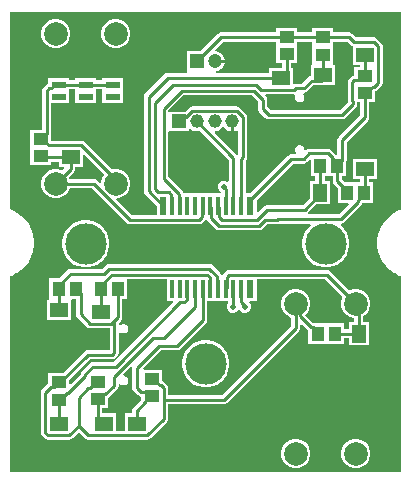
<source format=gbr>
%FSTAX23Y23*%
%MOMM*%
%SFA1B1*%

%IPPOS*%
%ADD11C,0.253999*%
%ADD12C,3.499993*%
%ADD13C,1.999996*%
%ADD14C,1.149998*%
%ADD15R,1.149998X1.149998*%
%ADD16C,1.199998*%
%ADD17R,1.199998X1.199998*%
%ADD18C,0.499999*%
%ADD19R,0.599999X1.599997*%
%ADD20R,0.399999X1.599997*%
%ADD21R,1.199998X1.499997*%
%ADD22R,1.049998X1.299997*%
%ADD23R,1.499997X1.199998*%
%ADD24R,1.299997X1.049998*%
%ADD25R,1.269997X0.634999*%
%LNflightstick_buttonpanelv3r_copper_signal_bot-1*%
%LPD*%
G36*
X16579Y29772D02*
Y13054D01*
X16424Y13*
X16408Y12991*
X1639Y12986*
X16006Y12799*
X15986Y12784*
X15964Y12774*
X15614Y12528*
X15597Y1251*
X15576Y12497*
X1527Y12198*
X15256Y12178*
X15238Y12161*
X14984Y11818*
X14973Y11795*
X14958Y11776*
X14761Y11396*
X14755Y11373*
X14742Y11351*
X14609Y10945*
X14606Y1092*
X14598Y10897*
X14531Y10475*
X14532Y1045*
X14527Y10426*
X14529Y09998*
X14534Y09974*
X14533Y0995*
X14602Y09528*
X14611Y09505*
X14614Y0948*
X1475Y09075*
X14762Y09053*
X14769Y0903*
X14968Y08651*
X14984Y08632*
X14995Y0861*
X15251Y08268*
X1527Y08252*
X15284Y08231*
X15592Y07935*
X15613Y07921*
X1563Y07904*
X15981Y0766*
X16004Y0765*
X16023Y07635*
X16409Y07451*
X16427Y07446*
X16443Y07437*
X16571Y07394*
Y-09219*
X-16583*
Y07391*
X-16436Y07441*
X-1642Y0745*
X-16402Y07455*
X-16017Y07641*
X-15997Y07656*
X-15975Y07666*
X-15624Y07911*
X-15607Y07928*
X-15587Y07942*
X-1528Y08239*
X-15266Y0826*
X-15248Y08276*
X-14992Y08619*
X-14981Y08641*
X-14966Y0866*
X-14769Y0904*
X-14762Y09063*
X-14749Y09085*
X-14615Y0949*
X-14612Y09515*
X-14603Y09538*
X-14535Y0996*
X-14536Y09978*
X-14531Y09996*
X-14523Y1021*
X-14525Y10222*
X-14523Y10235*
X-14531Y10448*
X-14536Y10466*
X-14535Y10485*
X-14603Y10907*
X-14612Y1093*
X-14615Y10954*
X-14749Y1136*
X-14762Y11382*
X-14769Y11405*
X-14966Y11784*
X-14981Y11803*
X-14992Y11826*
X-15248Y12168*
X-15266Y12185*
X-1528Y12205*
X-15587Y12503*
X-15607Y12516*
X-15624Y12534*
X-15975Y12779*
X-15997Y12789*
X-16017Y12804*
X-16402Y1299*
X-1642Y12994*
X-16436Y13004*
X-16583Y13054*
Y2975*
X-16466Y29793*
X-16458Y29793*
X16456*
X16579Y29772*
G37*
%LNflightstick_buttonpanelv3r_copper_signal_bot-2*%
%LPC*%
G36*
X-07454Y29193D02*
X-07785D01*
X-08104Y29108*
X-08389Y28943*
X-08623Y28709*
X-08788Y28423*
X-08873Y28105*
Y27774*
X-08788Y27455*
X-08623Y2717*
X-08389Y26936*
X-08104Y26771*
X-07785Y26685*
X-07454*
X-07135Y26771*
X-0685Y26936*
X-06616Y2717*
X-06451Y27455*
X-06365Y27774*
Y28105*
X-06451Y28423*
X-06616Y28709*
X-0685Y28943*
X-07135Y29108*
X-07454Y29193*
G37*
G36*
X-12534D02*
X-12865D01*
X-13184Y29108*
X-13469Y28943*
X-13703Y28709*
X-13868Y28423*
X-13953Y28105*
Y27774*
X-13868Y27455*
X-13703Y2717*
X-13469Y26936*
X-13184Y26771*
X-12865Y26685*
X-12534*
X-12215Y26771*
X-1193Y26936*
X-11696Y2717*
X-11531Y27455*
X-11445Y27774*
Y28105*
X-11531Y28423*
X-11696Y28709*
X-1193Y28943*
X-12215Y29108*
X-12534Y29193*
G37*
G36*
X07761Y28427D02*
X05953D01*
Y28037*
X01313*
X01165Y28007*
X01039Y27923*
X-00445Y26438*
X-01603*
Y2473*
X-01614Y24608*
X-03211*
X-0336Y24578*
X-03486Y24494*
X-051Y2288*
X-05184Y22754*
X-05214Y22606*
Y14582*
X-05184Y14433*
X-051Y14307*
X-04152Y13359*
Y12562*
X-06269*
X-07575Y13868*
X-07527Y13985*
X-07454*
X-07135Y14071*
X-0685Y14236*
X-06616Y1447*
X-06451Y14755*
X-06365Y15074*
Y15405*
X-06451Y15723*
X-06616Y16009*
X-0685Y16243*
X-07135Y16408*
X-07454Y16493*
X-07785*
X-07949Y16449*
X-10247Y18747*
X-10373Y18831*
X-10522Y18861*
X-13065*
Y19791*
X-13073*
Y22034*
X-11557*
Y23233*
X-11049*
Y22034*
X-09271*
Y23233*
X-08763*
Y22034*
X-06985*
Y2305*
Y24193*
X-08763*
Y2401*
X-09271*
Y24193*
X-11049*
Y2401*
X-11557*
Y24193*
X-13335*
Y23673*
X-13387Y23663*
X-13513Y23579*
X-13736Y23355*
X-1382Y23229*
X-1385Y23081*
Y19791*
X-14873*
Y18233*
Y16783*
X-13065*
Y17103*
X-12433*
Y16637*
X-12017*
X-11968Y1652*
X-1213Y16359*
X-12215Y16408*
X-12534Y16493*
X-12865*
X-13184Y16408*
X-13469Y16243*
X-13703Y16009*
X-13868Y15723*
X-13953Y15405*
Y15074*
X-13868Y14755*
X-13703Y1447*
X-13469Y14236*
X-13184Y14071*
X-12865Y13985*
X-12534*
X-12215Y14071*
X-1193Y14236*
X-11696Y1447*
X-11531Y14755*
X-11505Y14851*
X-09657*
X-06705Y11899*
X-06579Y11815*
X-0643Y11785*
X-0054*
X-00392Y11815*
X-00266Y11899*
X-00043Y12122*
X-00015Y12164*
X00028Y12169*
X00129Y12152*
X00195Y12054*
X00858Y11391*
X00984Y11307*
X01132Y11277*
X04528*
X04677Y11307*
X04803Y11391*
X05197Y11785*
X06039*
X06187Y11815*
X06237Y11848*
X08861*
X08898Y11726*
X08882Y11716*
X08603Y11437*
X08384Y11109*
X08233Y10744*
X08155Y10357*
Y09962*
X08233Y09575*
X08384Y0921*
X08603Y08882*
X08882Y08603*
X0921Y08384*
X09575Y08233*
X09962Y08155*
X10357*
X10744Y08233*
X11109Y08384*
X11437Y08603*
X11716Y08882*
X11935Y0921*
X12086Y09575*
X12163Y09962*
Y10357*
X12086Y10744*
X11935Y11109*
X11716Y11437*
X11437Y11716*
X11412Y11733*
X11425Y11773*
X11463Y11851*
X11596Y11878*
X11722Y11962*
X13155Y13395*
X13239Y13521*
X1325Y13573*
X14203*
Y15381*
X1385*
Y15621*
X14465*
Y17329*
X12457*
Y15621*
X13073*
Y15381*
X11745*
X11527Y15599*
Y15859*
X11917*
Y17124*
X11925Y17161*
Y18769*
X13736Y2058*
X1382Y20706*
X1385Y20855*
Y22117*
X14365*
Y23071*
X14418Y23082*
X14544Y23166*
X14867Y23489*
X14951Y23615*
X14981Y23764*
Y26885*
X14951Y27034*
X14867Y2716*
X14506Y27521*
X1438Y27605*
X14231Y27635*
X12715*
X12426Y27923*
X123Y28007*
X12152Y28037*
X10809*
Y2839*
X09001*
Y28037*
X07761*
Y28427*
G37*
G36*
X-09962Y12163D02*
X-10357D01*
X-10744Y12086*
X-11109Y11935*
X-11437Y11716*
X-11716Y11437*
X-11935Y11109*
X-12086Y10744*
X-12163Y10357*
Y09962*
X-12086Y09575*
X-11935Y0921*
X-11716Y08882*
X-11437Y08603*
X-11109Y08384*
X-10744Y08233*
X-10357Y08155*
X-09962*
X-09575Y08233*
X-0921Y08384*
X-08882Y08603*
X-08603Y08882*
X-08384Y0921*
X-08233Y09575*
X-08155Y09962*
Y10357*
X-08233Y10744*
X-08384Y11109*
X-08603Y11437*
X-08882Y11716*
X-0921Y11935*
X-09575Y12086*
X-09962Y12163*
G37*
G36*
X00319Y08432D02*
X-08178D01*
X-08326Y08403*
X-08452Y08318*
X-08763Y08008*
X-11439*
X-11588Y07978*
X-11714Y07894*
X-12322Y07286*
X-12344Y07253*
X-13224*
Y05445*
X-13343Y05425*
X-13449*
Y03717*
X-11441*
Y05425*
X-11323Y05445*
X-10986*
Y04171*
X-10956Y04022*
X-10872Y03896*
X-10072Y03096*
X-09946Y03012*
X-09797Y02982*
X-08134*
Y0115*
X-0996*
X-10109Y0112*
X-10235Y01036*
X-12091Y-00818*
X-13349*
Y-01699*
X-13382Y-01721*
X-13851Y-0219*
X-13935Y-02316*
X-13965Y-02465*
Y-05837*
X-13935Y-05986*
X-13851Y-06112*
X-13628Y-06335*
X-13502Y-06419*
X-13353Y-06449*
X-11538*
X-11389Y-06419*
X-11263Y-06335*
X-10744Y-05817*
X-10226Y-06335*
X-101Y-06419*
X-09951Y-06449*
X-04934*
X-04785Y-06419*
X-04659Y-06335*
X-03266Y-04942*
X-03182Y-04816*
X-03152Y-04667*
Y-03436*
X01524*
X01672Y-03406*
X01798Y-03322*
X07894Y02773*
X07978Y02899*
X08008Y03047*
Y03288*
X08125Y03336*
X08674Y02788*
X08692Y02775*
Y01635*
X117*
Y02151*
X12099*
Y01535*
X13807*
Y03543*
X13342*
Y04002*
X13469Y04076*
X13703Y0431*
X13868Y04595*
X13953Y04914*
Y05245*
X13868Y05563*
X13703Y05849*
X13469Y06083*
X13183Y06248*
X12865Y06333*
X12534*
X12215Y06248*
X1213Y06199*
X10518Y0781*
X10392Y07895*
X10243Y07924*
X01993*
X01844Y07895*
X01718Y0781*
X01495Y07587*
X01467Y07545*
X01424Y0754*
X01322Y07557*
X01256Y07656*
X00764Y08148*
X00594Y08318*
X00468Y08403*
X00319Y08432*
G37*
G36*
X12865Y-06365D02*
X12534D01*
X12215Y-06451*
X11929Y-06616*
X11696Y-0685*
X11531Y-07135*
X11445Y-07454*
Y-07785*
X11531Y-08103*
X11696Y-08389*
X11929Y-08623*
X12215Y-08788*
X12534Y-08873*
X12865*
X13183Y-08788*
X13469Y-08623*
X13703Y-08389*
X13868Y-08103*
X13953Y-07785*
Y-07454*
X13868Y-07135*
X13703Y-0685*
X13469Y-06616*
X13183Y-06451*
X12865Y-06365*
G37*
G36*
X07785D02*
X07454D01*
X07135Y-06451*
X06849Y-06616*
X06616Y-0685*
X06451Y-07135*
X06365Y-07454*
Y-07785*
X06451Y-08103*
X06616Y-08389*
X06849Y-08623*
X07135Y-08788*
X07454Y-08873*
X07785*
X08103Y-08788*
X08389Y-08623*
X08623Y-08389*
X08788Y-08103*
X08873Y-07785*
Y-07454*
X08788Y-07135*
X08623Y-0685*
X08389Y-06616*
X08103Y-06451*
X07785Y-06365*
G37*
%LNflightstick_buttonpanelv3r_copper_signal_bot-3*%
%LPD*%
G36*
X09001Y26832D02*
Y25382D01*
X08963Y25271*
X08901*
Y24337*
X08829Y24323*
X08703Y24239*
X08175Y2371*
X07627*
X07479Y2368*
X07465Y23672*
X07353Y23731*
Y25017*
X07246*
Y25419*
X07761*
Y26869*
Y2726*
X09001*
Y26832*
G37*
G36*
X05953Y26869D02*
Y25419D01*
X06469*
Y25017*
X05345*
Y24608*
X00895*
X00879Y24735*
X01079Y24789*
X01274Y24901*
X01433Y2506*
X01545Y25255*
X016Y25457*
X00749*
Y25711*
X016*
X01545Y25914*
X01433Y26109*
X01274Y26268*
X01079Y2638*
X00862Y26438*
X00819*
X0077Y26556*
X01474Y2726*
X05953*
Y26869*
G37*
G36*
X12279Y26972D02*
X12405Y26888D01*
X12457Y26877*
Y25273*
X13073*
Y25125*
X12557*
Y24389*
X12446Y24367*
X1232Y24283*
X12156Y24119*
X12072Y23993*
X12042Y23844*
Y22214*
X12049Y22181*
Y22158*
X11362Y21471*
X05493*
X05218Y21746*
Y22347*
X05189Y22496*
X05105Y22622*
X0505Y22677*
X05098Y22794*
X07488*
X07506Y22798*
X07595Y22686*
X07559Y22599*
Y2244*
X0762Y22293*
X07733Y2218*
X0788Y22119*
X08039*
X08186Y2218*
X08299Y22293*
X08359Y2244*
Y22599*
X08299Y22746*
X08239Y22806*
X08291Y22933*
X08335*
X08484Y22963*
X0861Y23047*
X09127Y23563*
X10909*
Y25271*
X10848*
X10809Y25382*
Y26832*
Y2726*
X11991*
X12279Y26972*
G37*
G36*
X02377Y1968D02*
X02569Y19732D01*
X02636Y1977*
X02763Y19697*
Y17749*
X02647Y17674*
X02631Y17677*
X02618Y17685*
X00755Y19548*
X00807Y19675*
X00859*
X01069Y19732*
X01259Y19841*
X01413Y19995*
X01436Y20036*
X01563*
X01586Y19995*
X0174Y19841*
X0193Y19732*
X02123Y1968*
Y20504*
X02377*
Y1968*
G37*
G36*
X04442Y22186D02*
Y21585D01*
X04471Y21436*
X04555Y2131*
X05058Y20808*
X05184Y20724*
X05332Y20694*
X11523*
X11671Y20724*
X11797Y20808*
X12712Y21722*
X12796Y21848*
X12825Y21997*
Y22117*
X13073*
Y21016*
X11262Y19205*
X11178Y19079*
X11148Y1893*
Y1771*
X11021Y17691*
X11015Y177*
X10646Y18069*
X1052Y18153*
X10371Y18183*
X08769*
X0862Y18153*
X08494Y18069*
X08486Y18062*
X08359Y18114*
Y18199*
X08299Y18346*
X08186Y18459*
X08039Y18519*
X0788*
X07733Y18459*
X0762Y18346*
X07559Y18199*
Y1804*
X0762Y17893*
X0768Y17833*
X07628Y17706*
X07214*
X07065Y17676*
X06939Y17592*
X03755Y14409*
X03389*
Y17182*
X03426Y17219*
X0351Y17345*
X0354Y17494*
Y20878*
X0351Y21027*
X03426Y21153*
X02898Y21681*
X02772Y21765*
X02623Y21795*
X-01123*
X-01272Y21765*
X-01398Y21681*
X-01745Y21333*
X-03078*
X-03167Y21424*
Y21429*
X-01871Y22725*
X03903*
X04442Y22186*
G37*
G36*
X-01259Y19841D02*
X-01069Y19732D01*
X-00859Y19675*
X-0064*
X-00506Y19712*
X01962Y17242*
Y15439*
X01835Y15386*
X01809Y15413*
X01624Y15489*
X01423*
X01238Y15413*
X01096Y15271*
X01019Y15086*
Y14885*
X01096Y147*
X01238Y14558*
X01312Y14527*
Y14409*
X-01884*
X-01908Y1453*
X-01993Y14656*
X-03167Y1583*
Y19585*
X-03078Y19675*
X-0142*
Y19823*
X-01293Y19876*
X-01259Y19841*
G37*
G36*
X-08615Y16017D02*
X-08623Y16009D01*
X-08788Y15723*
X-08873Y15405*
Y15332*
X-08991Y15284*
X-09221Y15514*
X-09347Y15598*
X-09496Y15628*
X-11505*
X-11531Y15723*
X-1158Y15809*
X-11155Y16235*
X-11071Y16361*
X-11041Y1651*
Y16637*
X-10425*
Y17661*
X-10308Y1771*
X-08615Y16017*
G37*
G36*
X08909Y1722D02*
Y15859D01*
X09297*
Y15481*
X08831*
Y14023*
X08211Y13403*
X05158*
X05009Y13373*
X04883Y13289*
X04422Y12828*
X04305Y12876*
Y13859*
X07374Y16929*
X08292*
X0844Y16959*
X08566Y17043*
X08792Y17269*
X08909Y1722*
G37*
G36*
X1075Y15438D02*
X1078Y1529D01*
X10864Y15164*
X11195Y14832*
Y13573*
X12069*
X12118Y13456*
X11286Y12625*
X08704*
X08667Y127*
X08659Y12752*
X09381Y13473*
X10539*
Y15481*
X10074*
Y15859*
X1075*
Y15438*
G37*
G36*
X1158Y05649D02*
X11531Y05563D01*
X11445Y05245*
Y04914*
X11531Y04595*
X11696Y0431*
X11929Y04076*
X12215Y03911*
X12534Y03825*
X12565*
Y03543*
X12099*
Y02928*
X117*
Y03443*
X09117*
X08437Y04123*
X08623Y0431*
X08788Y04595*
X08873Y04914*
Y05245*
X08788Y05563*
X08623Y05849*
X08389Y06083*
X08103Y06248*
X07785Y06333*
X07454*
X07135Y06248*
X06849Y06083*
X06616Y05849*
X06451Y05563*
X06365Y05245*
Y04914*
X06451Y04595*
X06616Y0431*
X06849Y04076*
X07135Y03911*
X07231Y03885*
Y03208*
X01363Y-02659*
X-03152*
Y-02074*
X-03182Y-01925*
X-03266Y-01799*
X-03489Y-01576*
X-03615Y-01492*
X-03667Y-01481*
Y-00527*
X-05262*
X-05311Y-0041*
X-03764Y01135*
X-02432*
X-02283Y01165*
X-02157Y01249*
X00025Y03433*
X0011Y03559*
X00139Y03707*
Y05301*
X01909*
X01921Y05174*
X01858Y05111*
X01781Y04926*
Y04725*
X01858Y0454*
X02Y04398*
X02185Y04321*
X02386*
X02571Y04398*
X02713Y0454*
X02725Y04569*
X02862*
X02874Y0454*
X03016Y04398*
X03201Y04321*
X03402*
X03587Y04398*
X03729Y0454*
X03805Y04725*
Y04926*
X03729Y05111*
X03666Y05174*
X03719Y05301*
X04305*
Y07147*
X10082*
X1158Y05649*
G37*
G36*
X-03302Y05301D02*
X-02772D01*
X-02724Y05183*
X-07773Y00134*
X-0955*
X-09699Y00104*
X-09825Y0002*
X-10449Y-00603*
X-10533Y-00729*
X-10563Y-00878*
Y-00879*
X-11424Y-01741*
X-11541Y-01692*
Y-01368*
X-098Y00373*
X-07894*
X-07746Y00403*
X-0762Y00487*
X-07471Y00636*
X-07387Y00762*
X-07357Y0091*
Y0263*
X-0723Y02682*
X-0717Y02622*
X-07023Y02561*
X-06864*
X-06717Y02622*
X-06604Y02735*
X-06543Y02882*
Y03041*
X-06604Y03188*
X-06717Y03301*
X-06864Y03361*
X-07023*
X-0717Y03301*
X-0723Y03241*
X-07357Y03293*
Y03446*
X-07165Y03638*
X-07081Y03764*
X-07051Y03913*
Y05445*
X-0666*
Y07147*
X-03302*
Y05301*
G37*
G36*
X-06209Y-00298D02*
X-06227Y-00389D01*
Y-02034*
X-06198Y-02183*
X-06114Y-02309*
X-05722Y-02701*
X-05596Y-02785*
X-05475Y-02809*
Y-03111*
X-06116Y-03752*
X-062Y-03878*
X-0623Y-04026*
Y-04225*
X-06845*
Y-05672*
X-07631*
Y-04225*
X-08755*
Y-03789*
X-08239*
Y-02909*
X-08207Y-02887*
X-07471Y-02151*
X-07387Y-02025*
X-07357Y-01876*
Y-01769*
X-0723Y-01717*
X-0717Y-01777*
X-07023Y-01837*
X-06864*
X-06717Y-01777*
X-06604Y-01664*
X-06543Y-01517*
Y-01358*
X-06604Y-01211*
X-06717Y-01098*
X-06864Y-01037*
X-06949*
X-07001Y-0091*
X-06326Y-00235*
X-06209Y-00298*
G37*
%LNflightstick_buttonpanelv3r_copper_signal_bot-4*%
%LPC*%
G36*
X00197Y02003D02*
X-00197D01*
X-00584Y01926*
X-00949Y01775*
X-01277Y01556*
X-01556Y01277*
X-01775Y00949*
X-01926Y00584*
X-02003Y00197*
Y-00197*
X-01926Y-00584*
X-01775Y-00949*
X-01556Y-01277*
X-01277Y-01556*
X-00949Y-01775*
X-00584Y-01926*
X-00197Y-02003*
X00197*
X00584Y-01926*
X00949Y-01775*
X01277Y-01556*
X01556Y-01277*
X01775Y-00949*
X01926Y-00584*
X02003Y-00197*
Y00197*
X01926Y00584*
X01775Y00949*
X01556Y01277*
X01277Y01556*
X00949Y01775*
X00584Y01926*
X00197Y02003*
G37*
%LNflightstick_buttonpanelv3r_copper_signal_bot-5*%
%LPD*%
G54D11*
X07619Y04391D02*
Y0508D01*
Y04391D02*
X07835D01*
X07954Y04057D02*
Y04273D01*
X09073Y03062D02*
X09471Y02664D01*
X07835Y04391D02*
X07954Y04273D01*
X09471Y0254D02*
Y02664D01*
X07619Y03047D02*
Y04391D01*
X07954Y04057D02*
X08948Y03062D01*
X09073*
X10243Y07536D02*
X12954Y04825D01*
Y02611D02*
Y04825D01*
X-08602Y0762D02*
X-08178Y08044D01*
X-11439Y0762D02*
X-08602D01*
X-12047Y07011D02*
X-11439Y0762D01*
X00319Y08044D02*
X00489Y07874D01*
X-08178Y08044D02*
X00319D01*
X00489Y07874D02*
D01*
X-08491Y07011D02*
X-07967Y07536D01*
X00109D02*
X00332Y07313D01*
Y06424D02*
Y07313D01*
X-07967Y07536D02*
X00109D01*
X-08491Y06872D02*
Y07011D01*
X00982Y06424D02*
Y07381D01*
X00489Y07874D02*
X00982Y07381D01*
X-0889Y06474D02*
X-08491Y06872D01*
X-0354Y-03048D02*
X01524D01*
X07619Y03047*
X-0354Y-03048D02*
Y-02074D01*
Y-04667D02*
Y-03048D01*
X07214Y17317D02*
X08292D01*
X08769Y17794D02*
X10371D01*
X03751Y13855D02*
X07214Y17317D01*
X08292D02*
X08769Y17794D01*
X1074Y17161D02*
Y17425D01*
Y17161D02*
X11138Y16764D01*
X10371Y17794D02*
X1074Y17425D01*
X03751Y13355D02*
Y13855D01*
X0483Y21585D02*
X05332Y21082D01*
X-04318Y14824D02*
Y22098D01*
X07488Y23182D02*
X07627Y23321D01*
X-03211Y24219D02*
X06555D01*
X-02794Y23622D02*
X04274D01*
X0483Y21585D02*
Y22347D01*
X04274Y23622D02*
X04713Y23182D01*
X-04318Y22098D02*
X-02794Y23622D01*
X-02032Y23114D02*
X04064D01*
X05332Y21082D02*
X11523D01*
X-03556Y15669D02*
Y2159D01*
X07627Y23321D02*
X08335D01*
X04064Y23114D02*
X0483Y22347D01*
X-03556Y2159D02*
X-02032Y23114D01*
X04713Y23182D02*
X07488D01*
X08335Y23321D02*
X08978Y23964D01*
X02318Y04858D02*
Y06322D01*
X02351Y06355*
X02286Y04826D02*
X02318Y04858D01*
X0302Y05174D02*
Y06007D01*
X02932Y06096D02*
X0302Y06007D01*
Y05174D02*
X03302Y04892D01*
Y04826D02*
Y04892D01*
X01524Y14919D02*
X01701Y14742D01*
Y13355D02*
Y14742D01*
X01524Y14919D02*
Y14986D01*
X-13859Y19012D02*
X-13844D01*
X-1397D02*
X-13859D01*
X-13304Y18472D02*
X-10522D01*
X-13844Y19012D02*
X-13304Y18472D01*
X-0762Y1524D02*
Y1557D01*
X-10522Y18472D02*
X-0762Y1557D01*
X-0996Y00762D02*
X-07894D01*
X-07745Y0091D02*
Y03607D01*
X-07894Y00762D02*
X-07745Y0091D01*
X-07982Y0337D02*
X-07745Y03607D01*
X-07439Y03913*
X-12446Y-01597D02*
X-1232D01*
X-0996Y00762*
X-0955Y-00254D02*
X-07612D01*
X-10174Y-00878D02*
X-0955Y-00254D01*
X-07612D02*
X-02184Y05174D01*
X-10995Y0635D02*
X-10597Y05951D01*
Y04171D02*
Y05951D01*
Y04171D02*
X-09797Y0337D01*
X-07982*
X-07439Y03913D02*
Y0635D01*
X-10744Y-05267D02*
X-09951Y-0606D01*
X-04934*
X-0354Y-04667*
X-03764Y-0185D02*
X-0354Y-02074D01*
X-03902Y-0185D02*
X-03764D01*
X-04446Y-01306D02*
X-03902Y-0185D01*
X-04572Y-01306D02*
X-04446D01*
X-05842Y-04026D02*
X-05094Y-03279D01*
X-05842Y-0508D02*
Y-04026D01*
X-12843Y-01995D02*
X-12446Y-01597D01*
X-13576Y-02465D02*
X-13107Y-01995D01*
X-13576Y-05837D02*
X-13353Y-0606D01*
X-11538*
X-10744Y-02898D02*
X-09951Y-02104D01*
X-13107Y-01995D02*
X-12843D01*
X-09951Y-02104D02*
X-09812D01*
X-10744Y-05267D02*
Y-02898D01*
X-13576Y-05837D02*
Y-02465D01*
X-09812Y-02104D02*
X-09268Y-0156D01*
X-09144*
X-11538Y-0606D02*
X-10744Y-05267D01*
X-05094Y-02426D02*
X-0508Y-02441D01*
X-05839Y-02034D02*
X-05447Y-02426D01*
X-0508Y-02794D02*
Y-02441D01*
X-05839Y-02034D02*
Y-00389D01*
X-05447Y-02426D02*
X-05094D01*
X-04696Y-02756D02*
X-04572D01*
X-05094Y-03154D02*
X-04696Y-02756D01*
X-05094Y-03279D02*
Y-03154D01*
X-05839Y-00389D02*
X-03925Y01524D01*
X-02432*
X-00248Y03707*
Y06355*
X10922Y0254D02*
X12954D01*
X0177Y06424D02*
Y07313D01*
X01701Y06355D02*
X0177Y06424D01*
Y07313D02*
X01993Y07536D01*
X10243*
X00982Y06424D02*
X01051Y06355D01*
X00332Y06424D02*
X00401Y06355D01*
X-03569Y02145D02*
X-00898Y04816D01*
Y06355*
X-02184Y05174D02*
X-0184D01*
X-01617Y05397*
Y06286*
X-01548Y06355*
X-12446Y0635D02*
X-12047Y06747D01*
Y07011*
X-0889Y0635D02*
Y06474D01*
X-10174Y-0104D02*
Y-00878D01*
X-11638Y-02503D02*
X-10174Y-0104D01*
X-11776Y-02503D02*
X-11638D01*
X-12446Y-03048D02*
X-1232D01*
X-11776Y-02503*
X-08745Y-02612D02*
X-08482D01*
X-07745Y-01876*
Y-01105*
X-04494Y02145*
X-09144Y-0301D02*
X-08745Y-02612D01*
X-04494Y02145D02*
X-03569D01*
X09906Y24417D02*
Y26162D01*
X09685Y1676D02*
X09688Y16764D01*
X09685Y14478D02*
Y1676D01*
Y14327D02*
Y14478D01*
X08372Y13014D02*
X09685Y14327D01*
X05158Y13014D02*
X08372D01*
X01343Y12174D02*
X04318D01*
X0112Y12397D02*
X01343Y12174D01*
X0112Y12397D02*
Y13286D01*
X01051Y13355D02*
X0112Y13286D01*
X04318Y12174D02*
X05158Y13014D01*
X09779Y23964D02*
X10034Y24219D01*
X08978Y23964D02*
X09779D01*
X-02267Y13424D02*
X-02198Y13355D01*
X-03556Y15669D02*
X-02267Y14381D01*
Y13424D02*
Y14381D01*
X-02917Y13424D02*
Y14313D01*
X-04029Y14536D02*
X-0314D01*
X-04318Y14824D02*
X-04029Y14536D01*
X-0314D02*
X-02917Y14313D01*
Y13424D02*
X-02848Y13355D01*
X-04826Y22606D02*
X-03211Y24219D01*
X-04826Y14582D02*
Y22606D01*
Y14582D02*
X-03598Y13355D01*
X-00317Y13286D02*
X-00248Y13355D01*
X-0643Y12174D02*
X-0054D01*
X-00317Y12397*
X-127Y1524D02*
X-09496D01*
X-0643Y12174*
X-00317Y12397D02*
Y13286D01*
X06858Y27648D02*
X12152D01*
X-00749Y25584D02*
X01313Y27648D01*
X06858*
X14231Y27246D02*
X14592Y26885D01*
X12554Y27246D02*
X14231D01*
X12152Y27648D02*
X12554Y27246D01*
X14592Y23764D02*
Y26885D01*
X14269Y2344D02*
X14592Y23764D01*
X1413Y2344D02*
X14269D01*
X13586Y22896D02*
X1413Y2344D01*
X13462Y22896D02*
X13586D01*
X-01123Y21406D02*
X02623D01*
X03151Y20878*
Y17494D02*
Y20878D01*
X03001Y17343D02*
X03151Y17494D01*
X03001Y13355D02*
Y17343D01*
X-02249Y20504D02*
X-01855Y20898D01*
X-01631D02*
X-01123Y21406D01*
X-01855Y20898D02*
X-01631D01*
X-00749Y20504D02*
X02351Y17403D01*
Y13355D02*
Y17403D01*
X12437Y21997D02*
Y22207D01*
X1243Y22214D02*
X12437Y22207D01*
X11523Y21082D02*
X12437Y21997D01*
X11536Y17161D02*
Y1893D01*
X13462Y20855D02*
Y22896D01*
X11536Y1893D02*
X13462Y20855D01*
X11138Y16764D02*
X11536Y17161D01*
X1243Y22214D02*
Y23844D01*
X12594Y24008*
X13123*
X13462Y24346*
X06555Y24219D02*
X06858Y24521D01*
Y25908*
X04528Y11666D02*
X05036Y12174D01*
X01132Y11666D02*
X04528D01*
X05036Y12174D02*
X06039D01*
X0047Y12328D02*
Y13286D01*
Y12328D02*
X01132Y11666D01*
X06039Y12174D02*
X06101Y12236D01*
X11447*
X00401Y13355D02*
X0047Y13286D01*
X11447Y12236D02*
X1288Y1367D01*
Y13808*
X13424Y14352*
Y14478*
X13462Y14514D02*
Y16475D01*
X13424Y14478D02*
X13462Y14514D01*
X11138Y15438D02*
X11974Y14602D01*
X11138Y15438D02*
Y16764D01*
X11974Y14478D02*
Y14602D01*
X13462Y24346D02*
Y26127D01*
X-13238Y23304D02*
X-13081D01*
X-13462Y23081D02*
X-13238Y23304D01*
X-13462Y1941D02*
Y23081D01*
X-13859Y19012D02*
X-13462Y1941D01*
X-12763Y23622D02*
X-12446D01*
X-13081Y23304D02*
X-12763Y23622D01*
X-1016D02*
X-07874D01*
X-12446D02*
X-1016D01*
X-127Y1524D02*
X-1143Y1651D01*
Y17491*
X-13898D02*
X-1143D01*
X-1397Y17562D02*
X-13898Y17491D01*
X-0889Y04351D02*
Y0635D01*
X-12446Y04572D02*
Y0635D01*
X-09144Y-04606D02*
X-0867Y-0508D01*
X-09144Y-04606D02*
Y-0301D01*
X-0867Y-0508D02*
X-08636D01*
X-12446D02*
Y-03048D01*
G54D12*
X0Y0D03*
X1016Y1016D03*
X-1016D03*
G54D13*
X-0762Y1524D03*
X-127D03*
X-0762Y2794D03*
X-127D03*
X07619Y0508D03*
X12699D03*
X07619Y-0762D03*
X12699D03*
G54D14*
X02249Y20504D03*
X00749D03*
X-00749D03*
G54D15*
X-02249Y20504D03*
G54D16*
X00749Y25584D03*
G54D17*
X-00749Y25584D03*
G54D18*
X-05613Y04037D03*
X-05919Y-05013D03*
X-08719D03*
X-12419D03*
X-08719Y06485D03*
X-12419D03*
X-07899Y22579D03*
X03302Y04826D03*
X02286D03*
X01524Y14986D03*
X-10185Y22579D03*
X-12471D03*
X09906Y26162D03*
X06883Y26043D03*
X13383D03*
X13409Y14569D03*
X09683Y14543D03*
X08128Y14478D03*
X13435Y18549D03*
X09906Y22317D03*
G54D19*
X03751Y06355D03*
X-03598D03*
Y13355D03*
X03751D03*
G54D20*
X03001Y06355D03*
X02351D03*
X01701D03*
X01051D03*
X00401D03*
X-00248D03*
X-00898D03*
X-01548D03*
X-02198D03*
X-02848D03*
Y13355D03*
X-02198D03*
X-01548D03*
X-00898D03*
X-00248D03*
X00401D03*
X01051D03*
X01701D03*
X02351D03*
X03001D03*
G54D21*
X07585Y14478D03*
X09685D03*
X12954Y0254D03*
X15053D03*
G54D22*
X09688Y16764D03*
X11138D03*
X13424Y14478D03*
X11974D03*
X09471Y0254D03*
X10922D03*
X-10995Y0635D03*
X-12446D03*
X-07439D03*
X-0889D03*
G54D23*
X13462Y18575D03*
Y16475D03*
Y28227D03*
Y26127D03*
X-1143Y17491D03*
Y19591D03*
X09906Y24417D03*
Y22317D03*
X0635Y24163D03*
Y22063D03*
X-12446Y-0508D03*
Y-07179D03*
Y04572D03*
Y02471D03*
X-08636Y-0508D03*
Y-07179D03*
X-0889Y04351D03*
Y02251D03*
X-05842Y-0508D03*
Y-07179D03*
G54D24*
X13462Y24346D03*
Y22896D03*
X09906Y26162D03*
Y27611D03*
X06858Y26198D03*
Y27648D03*
X-1397Y19012D03*
Y17562D03*
X-12446Y-01597D03*
Y-03048D03*
X-09144Y-0156D03*
Y-0301D03*
X-04572Y-01306D03*
Y-02756D03*
G54D25*
X-07874Y2159D03*
Y22606D03*
Y23622D03*
X-1016Y2159D03*
Y22606D03*
Y23622D03*
X-12446Y2159D03*
Y22606D03*
Y23622D03*
M02*
</source>
